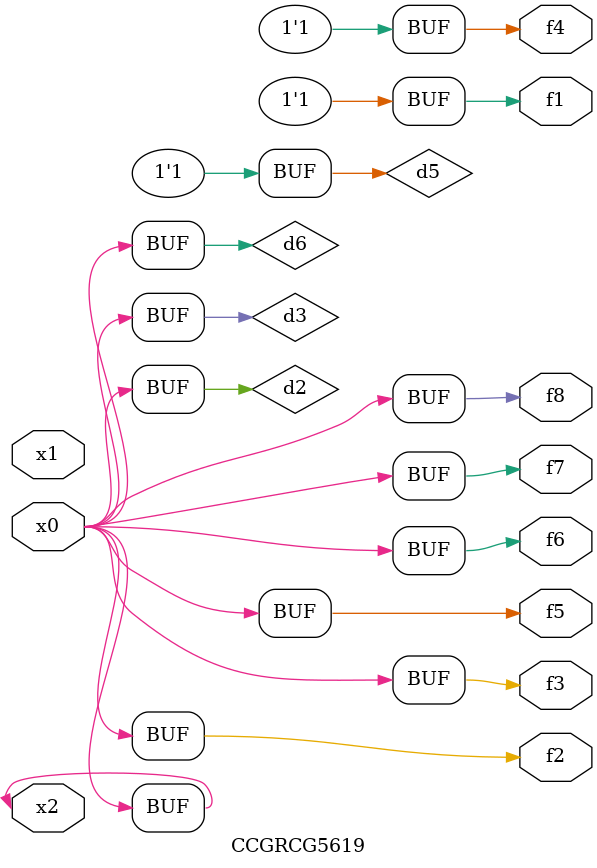
<source format=v>
module CCGRCG5619(
	input x0, x1, x2,
	output f1, f2, f3, f4, f5, f6, f7, f8
);

	wire d1, d2, d3, d4, d5, d6;

	xnor (d1, x2);
	buf (d2, x0, x2);
	and (d3, x0);
	xnor (d4, x1, x2);
	nand (d5, d1, d3);
	buf (d6, d2, d3);
	assign f1 = d5;
	assign f2 = d6;
	assign f3 = d6;
	assign f4 = d5;
	assign f5 = d6;
	assign f6 = d6;
	assign f7 = d6;
	assign f8 = d6;
endmodule

</source>
